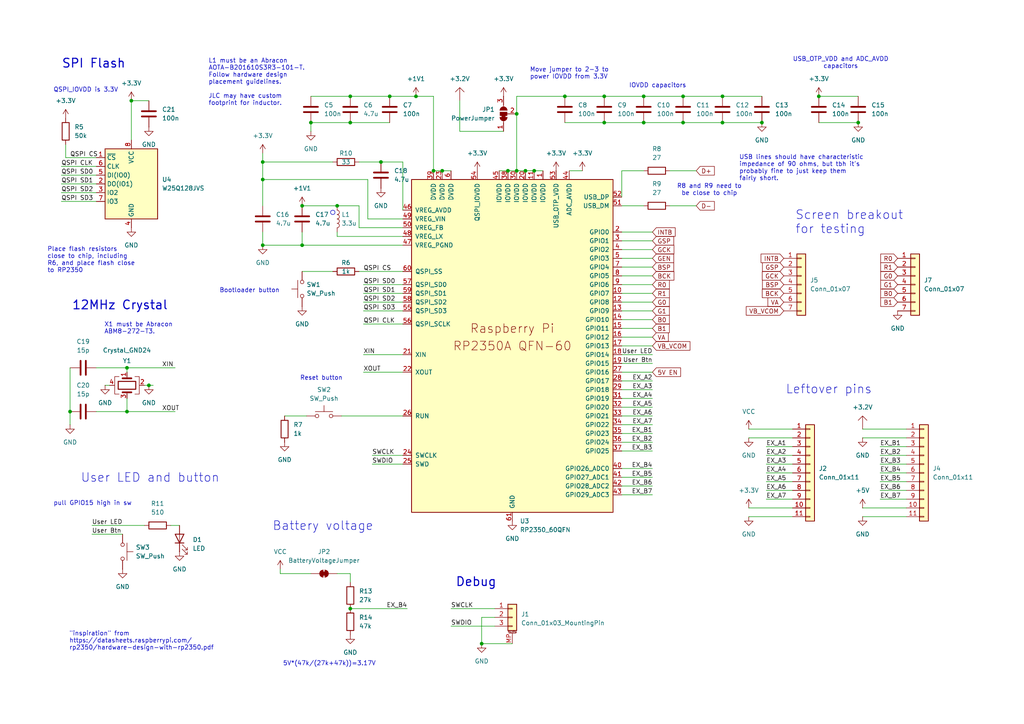
<source format=kicad_sch>
(kicad_sch (version 20231120) (generator "eeschema") (generator_version "8.0")
  (paper "A4")
  (lib_symbols
    (symbol "Connector_Generic:Conn_01x07" (pin_names (offset 1.016) hide)
      (property "Reference" "J" (at 0 10.16 0))
      (property "Value" "Conn_01x07" (at 0 -10.16 0))
      (symbol "Conn_01x07_1_1"
        (pin passive line (at -5.08 7.62 0) (length 3.81) (name "Pin_1") (number "1"))
        (pin passive line (at -5.08 5.08 0) (length 3.81) (name "Pin_2") (number "2"))
        (pin passive line (at -5.08 2.54 0) (length 3.81) (name "Pin_3") (number "3"))
        (pin passive line (at -5.08 0 0) (length 3.81) (name "Pin_4") (number "4"))
        (pin passive line (at -5.08 -2.54 0) (length 3.81) (name "Pin_5") (number "5"))
        (pin passive line (at -5.08 -5.08 0) (length 3.81) (name "Pin_6") (number "6"))
        (pin passive line (at -5.08 -7.62 0) (length 3.81) (name "Pin_7") (number "7"))
      )
    )
    (symbol "Connector_Generic:Conn_01x11" (pin_names (offset 1.016) hide)
      (property "Reference" "J" (at 0 15.24 0))
      (property "Value" "Conn_01x11" (at 0 -15.24 0))
      (symbol "Conn_01x11_1_1"
        (pin passive line (at -5.08 12.7 0) (length 3.81) (name "Pin_1") (number "1"))
        (pin passive line (at -5.08 -10.16 0) (length 3.81) (name "Pin_10") (number "10"))
        (pin passive line (at -5.08 -12.7 0) (length 3.81) (name "Pin_11") (number "11"))
        (pin passive line (at -5.08 10.16 0) (length 3.81) (name "Pin_2") (number "2"))
        (pin passive line (at -5.08 7.62 0) (length 3.81) (name "Pin_3") (number "3"))
        (pin passive line (at -5.08 5.08 0) (length 3.81) (name "Pin_4") (number "4"))
        (pin passive line (at -5.08 2.54 0) (length 3.81) (name "Pin_5") (number "5"))
        (pin passive line (at -5.08 0 0) (length 3.81) (name "Pin_6") (number "6"))
        (pin passive line (at -5.08 -2.54 0) (length 3.81) (name "Pin_7") (number "7"))
        (pin passive line (at -5.08 -5.08 0) (length 3.81) (name "Pin_8") (number "8"))
        (pin passive line (at -5.08 -7.62 0) (length 3.81) (name "Pin_9") (number "9"))
      )
    )
    (symbol "Connector_Generic_MountingPin:Conn_01x03_MountingPin" (pin_names (offset 1.016) hide)
      (property "Reference" "J" (at 0 5.08 0))
      (property "Value" "Conn_01x03_MountingPin" (at 1.27 -5.08 0))
      (symbol "Conn_01x03_MountingPin_1_1"
        (text "Mounting" (at 0 -4.191 0) (effects (font (size 0.381 0.381))))
        (pin passive line (at -5.08 2.54 0) (length 3.81) (name "Pin_1") (number "1"))
        (pin passive line (at -5.08 0 0) (length 3.81) (name "Pin_2") (number "2"))
        (pin passive line (at -5.08 -2.54 0) (length 3.81) (name "Pin_3") (number "3"))
        (pin passive line (at 0 -7.62 90) (length 3.048) (name "MountPin") (number "MP"))
      )
    )
    (symbol "Device:C" (pin_numbers hide) (pin_names (offset 0.254))
      (property "Reference" "C" (at 0.635 2.54 0))
      (property "Value" "C" (at 0.635 -2.54 0))
      (symbol "C_1_1"
        (pin passive line (at 0 3.81 270) (length 2.794) (name "~") (number "1"))
        (pin passive line (at 0 -3.81 90) (length 2.794) (name "~") (number "2"))
      )
    )
    (symbol "Device:Crystal_GND24" (pin_names (offset 1.016) hide)
      (property "Reference" "Y" (at 3.175 5.08 0))
      (property "Value" "Crystal_GND24" (at 3.175 3.175 0))
      (symbol "Crystal_GND24_1_1"
        (pin passive line (at -3.81 0 0) (length 1.27) (name "1") (number "1"))
        (pin passive line (at 0 5.08 270) (length 1.27) (name "2") (number "2"))
        (pin passive line (at 3.81 0 180) (length 1.27) (name "3") (number "3"))
        (pin passive line (at 0 -5.08 90) (length 1.27) (name "4") (number "4"))
      )
    )
    (symbol "Device:L" (pin_numbers hide) (pin_names (offset 1.016) hide)
      (property "Reference" "L" (at -1.27 0 90))
      (property "Value" "L" (at 1.905 0 90))
      (symbol "L_1_1"
        (pin passive line (at 0 3.81 270) (length 1.27) (name "1") (number "1"))
        (pin passive line (at 0 -3.81 90) (length 1.27) (name "2") (number "2"))
      )
    )
    (symbol "Device:LED" (pin_numbers hide) (pin_names (offset 1.016) hide)
      (property "Reference" "D" (at 0 2.54 0))
      (property "Value" "LED" (at 0 -2.54 0))
      (symbol "LED_1_1"
        (pin passive line (at -3.81 0 0) (length 2.54) (name "K") (number "1"))
        (pin passive line (at 3.81 0 180) (length 2.54) (name "A") (number "2"))
      )
    )
    (symbol "Device:R" (pin_numbers hide) (pin_names (offset 0))
      (property "Reference" "R" (at 2.032 0 90))
      (property "Value" "R" (at 0 0 90))
      (symbol "R_1_1"
        (pin passive line (at 0 3.81 270) (length 1.27) (name "~") (number "1"))
        (pin passive line (at 0 -3.81 90) (length 1.27) (name "~") (number "2"))
      )
    )
    (symbol "Jumper:SolderJumper_2_Bridged" (pin_numbers hide) (pin_names (offset 0) hide) (exclude_from_sim yes) (in_bom no)
      (property "Reference" "JP" (at 0 2.032 0))
      (property "Value" "SolderJumper_2_Bridged" (at 0 -2.54 0))
      (symbol "SolderJumper_2_Bridged_1_1"
        (pin passive line (at -3.81 0 0) (length 2.54) (name "A") (number "1"))
        (pin passive line (at 3.81 0 180) (length 2.54) (name "B") (number "2"))
      )
    )
    (symbol "Jumper:SolderJumper_3_Bridged12" (pin_names (offset 0) hide) (exclude_from_sim yes) (in_bom no)
      (property "Reference" "JP" (at -2.54 -2.54 0))
      (property "Value" "SolderJumper_3_Bridged12" (at 0 2.794 0))
      (symbol "SolderJumper_3_Bridged12_1_1"
        (pin passive line (at -5.08 0 0) (length 2.54) (name "A") (number "1"))
        (pin passive line (at 0 -3.81 90) (length 2.54) (name "C") (number "2"))
        (pin passive line (at 5.08 0 180) (length 2.54) (name "B") (number "3"))
      )
    )
    (symbol "MCU_RaspberryPi_RP2350:RP2350_60QFN" (pin_names (offset 1.016))
      (property "Reference" "U" (at -29.21 49.53 0))
      (property "Value" "RP2350_60QFN" (at 24.13 -49.53 0))
      (symbol "RP2350_60QFN_0_0"
        (text "Raspberry Pi" (at 0 5.08 0) (effects (font (size 2.54 2.54))))
      )
      (symbol "RP2350_60QFN_1_0"
        (text "RP2350A QFN-60" (at 0 0 0) (effects (font (size 2.54 2.54))))
      )
      (symbol "RP2350_60QFN_1_1"
        (pin power_in line (at 8.89 50.8 270) (length 2.54) (name "IOVDD") (number "1"))
        (pin bidirectional line (at 31.75 15.24 180) (length 2.54) (name "GPIO7") (number "10"))
        (pin power_in line (at 6.35 50.8 270) (length 2.54) (name "IOVDD") (number "11"))
        (pin bidirectional line (at 31.75 12.7 180) (length 2.54) (name "GPIO8") (number "12"))
        (pin bidirectional line (at 31.75 10.16 180) (length 2.54) (name "GPIO9") (number "13"))
        (pin bidirectional line (at 31.75 7.62 180) (length 2.54) (name "GPIO10") (number "14"))
        (pin bidirectional line (at 31.75 5.08 180) (length 2.54) (name "GPIO11") (number "15"))
        (pin bidirectional line (at 31.75 2.54 180) (length 2.54) (name "GPIO12") (number "16"))
        (pin bidirectional line (at 31.75 0 180) (length 2.54) (name "GPIO13") (number "17"))
        (pin bidirectional line (at 31.75 -2.54 180) (length 2.54) (name "GPIO14") (number "18"))
        (pin bidirectional line (at 31.75 -5.08 180) (length 2.54) (name "GPIO15") (number "19"))
        (pin bidirectional line (at 31.75 33.02 180) (length 2.54) (name "GPIO0") (number "2"))
        (pin power_in line (at 3.81 50.8 270) (length 2.54) (name "IOVDD") (number "20"))
        (pin input line (at -31.75 -2.54 0) (length 2.54) (name "XIN") (number "21"))
        (pin passive line (at -31.75 -7.62 0) (length 2.54) (name "XOUT") (number "22"))
        (pin power_in line (at -20.32 50.8 270) (length 2.54) (name "DVDD") (number "23"))
        (pin output line (at -31.75 -31.75 0) (length 2.54) (name "SWCLK") (number "24"))
        (pin bidirectional line (at -31.75 -34.29 0) (length 2.54) (name "SWD") (number "25"))
        (pin input line (at -31.75 -20.32 0) (length 2.54) (name "RUN") (number "26"))
        (pin bidirectional line (at 31.75 -7.62 180) (length 2.54) (name "GPIO16") (number "27"))
        (pin bidirectional line (at 31.75 -10.16 180) (length 2.54) (name "GPIO17") (number "28"))
        (pin bidirectional line (at 31.75 -12.7 180) (length 2.54) (name "GPIO18") (number "29"))
        (pin bidirectional line (at 31.75 30.48 180) (length 2.54) (name "GPIO1") (number "3"))
        (pin power_in line (at 1.27 50.8 270) (length 2.54) (name "IOVDD") (number "30"))
        (pin bidirectional line (at 31.75 -15.24 180) (length 2.54) (name "GPIO19") (number "31"))
        (pin bidirectional line (at 31.75 -17.78 180) (length 2.54) (name "GPIO20") (number "32"))
        (pin bidirectional line (at 31.75 -20.32 180) (length 2.54) (name "GPIO21") (number "33"))
        (pin bidirectional line (at 31.75 -22.86 180) (length 2.54) (name "GPIO22") (number "34"))
        (pin bidirectional line (at 31.75 -25.4 180) (length 2.54) (name "GPIO23") (number "35"))
        (pin bidirectional line (at 31.75 -27.94 180) (length 2.54) (name "GPIO24") (number "36"))
        (pin bidirectional line (at 31.75 -30.48 180) (length 2.54) (name "GPIO25") (number "37"))
        (pin power_in line (at -1.27 50.8 270) (length 2.54) (name "IOVDD") (number "38"))
        (pin power_in line (at -22.86 50.8 270) (length 2.54) (name "DVDD") (number "39"))
        (pin bidirectional line (at 31.75 27.94 180) (length 2.54) (name "GPIO2") (number "4"))
        (pin bidirectional line (at 31.75 -35.56 180) (length 2.54) (name "GPIO26_ADC0") (number "40"))
        (pin bidirectional line (at 31.75 -38.1 180) (length 2.54) (name "GPIO27_ADC1") (number "41"))
        (pin bidirectional line (at 31.75 -40.64 180) (length 2.54) (name "GPIO28_ADC2") (number "42"))
        (pin bidirectional line (at 31.75 -43.18 180) (length 2.54) (name "GPIO29_ADC3") (number "43"))
        (pin power_in line (at 16.51 50.8 270) (length 2.54) (name "ADC_AVDD") (number "44"))
        (pin power_in line (at -3.81 50.8 270) (length 2.54) (name "IOVDD") (number "45"))
        (pin power_in line (at -31.75 39.37 0) (length 2.54) (name "VREG_AVDD") (number "46"))
        (pin power_in line (at -31.75 29.21 0) (length 2.54) (name "VREG_PGND") (number "47"))
        (pin power_out line (at -31.75 31.75 0) (length 2.54) (name "VREG_LX") (number "48"))
        (pin power_in line (at -31.75 36.83 0) (length 2.54) (name "VREG_VIN") (number "49"))
        (pin bidirectional line (at 31.75 25.4 180) (length 2.54) (name "GPIO3") (number "5"))
        (pin input line (at -31.75 34.29 0) (length 2.54) (name "VREG_FB") (number "50"))
        (pin bidirectional line (at 31.75 40.64 180) (length 2.54) (name "USB_DM") (number "51"))
        (pin bidirectional line (at 31.75 43.18 180) (length 2.54) (name "USB_DP") (number "52"))
        (pin power_in line (at 12.7 50.8 270) (length 2.54) (name "USB_OTP_VDD") (number "53"))
        (pin power_in line (at -10.16 50.8 270) (length 2.54) (name "QSPI_IOVDD") (number "54"))
        (pin bidirectional line (at -31.75 10.16 0) (length 2.54) (name "QSPI_SD3") (number "55"))
        (pin output line (at -31.75 6.35 0) (length 2.54) (name "QSPI_SCLK") (number "56"))
        (pin bidirectional line (at -31.75 17.78 0) (length 2.54) (name "QSPI_SD0") (number "57"))
        (pin bidirectional line (at -31.75 12.7 0) (length 2.54) (name "QSPI_SD2") (number "58"))
        (pin bidirectional line (at -31.75 15.24 0) (length 2.54) (name "QSPI_SD1") (number "59"))
        (pin power_in line (at -17.78 50.8 270) (length 2.54) (name "DVDD") (number "6"))
        (pin bidirectional line (at -31.75 21.59 0) (length 2.54) (name "QSPI_SS") (number "60"))
        (pin power_in line (at 0 -50.8 90) (length 2.54) (name "GND") (number "61"))
        (pin bidirectional line (at 31.75 22.86 180) (length 2.54) (name "GPIO4") (number "7"))
        (pin bidirectional line (at 31.75 20.32 180) (length 2.54) (name "GPIO5") (number "8"))
        (pin bidirectional line (at 31.75 17.78 180) (length 2.54) (name "GPIO6") (number "9"))
      )
    )
    (symbol "Memory_Flash:W25Q128JVS"
      (property "Reference" "U" (at -6.35 11.43 0))
      (property "Value" "W25Q128JVS" (at 7.62 11.43 0))
      (symbol "W25Q128JVS_1_1"
        (pin input line (at -10.16 7.62 0) (length 2.54) (name "~{CS}") (number "1"))
        (pin bidirectional line (at -10.16 0 0) (length 2.54) (name "DO(IO1)") (number "2"))
        (pin bidirectional line (at -10.16 -2.54 0) (length 2.54) (name "IO2") (number "3"))
        (pin power_in line (at 0 -12.7 90) (length 2.54) (name "GND") (number "4"))
        (pin bidirectional line (at -10.16 2.54 0) (length 2.54) (name "DI(IO0)") (number "5"))
        (pin input line (at -10.16 5.08 0) (length 2.54) (name "CLK") (number "6"))
        (pin bidirectional line (at -10.16 -5.08 0) (length 2.54) (name "IO3") (number "7"))
        (pin power_in line (at 0 12.7 270) (length 2.54) (name "VCC") (number "8"))
      )
    )
    (symbol "Switch:SW_Push" (pin_numbers hide) (pin_names (offset 1.016) hide)
      (property "Reference" "SW" (at 1.27 2.54 0))
      (property "Value" "SW_Push" (at 0 -1.524 0))
      (symbol "SW_Push_0_1"
        (pin passive line (at -5.08 0 0) (length 2.54) (name "1") (number "1"))
        (pin passive line (at 5.08 0 180) (length 2.54) (name "2") (number "2"))
      )
    )
    (symbol "power:+1V1" (power) (pin_numbers hide) (pin_names (offset 0) hide)
      (property "Value" "+1V1" (at 0 3.556 0))
      (symbol "+1V1_1_1"
        (pin power_in line (at 0 0 90) (length 0) (name "~") (number "1"))
      )
    )
    (symbol "power:+3.3V" (power) (pin_numbers hide) (pin_names (offset 0) hide)
      (property "Value" "+3.3V" (at 0 3.556 0))
      (symbol "+3.3V_1_1"
        (pin power_in line (at 0 0 90) (length 0) (name "~") (number "1"))
      )
    )
    (symbol "power:+5V" (power) (pin_numbers hide) (pin_names (offset 0) hide)
      (property "Value" "+5V" (at 0 3.556 0))
      (symbol "+5V_1_1"
        (pin power_in line (at 0 0 90) (length 0) (name "~") (number "1"))
      )
    )
    (symbol "power:GND" (power) (pin_numbers hide) (pin_names (offset 0) hide)
      (property "Value" "GND" (at 0 -3.81 0))
      (symbol "GND_1_1"
        (pin power_in line (at 0 0 270) (length 0) (name "~") (number "1"))
      )
    )
    (symbol "power:VCC" (power) (pin_numbers hide) (pin_names (offset 0) hide)
      (property "Value" "VCC" (at 0 3.556 0))
      (symbol "VCC_1_1"
        (pin power_in line (at 0 0 90) (length 0) (name "~") (number "1"))
      )
    )
    (symbol "sharpie-hw:+3.2V" (power)
      (property "Value" "+3.2V" (at 0 0 0))
      (symbol "+3.2V_1_1"
        (pin power_in line (at 0 0 90) (length 0) hide (name "+3.2V") (number "1"))
      )
    )
  )
  (junction (at 163.83 27.94))
  (junction (at 36.83 106.68))
  (junction (at 209.55 27.94))
  (junction (at 87.63 59.69))
  (junction (at 110.49 46.99))
  (junction (at 38.1 29.21))
  (junction (at 128.27 49.53))
  (junction (at 186.69 35.56))
  (junction (at 147.32 49.53))
  (junction (at 139.7 186.69))
  (junction (at 101.6 176.53))
  (junction (at 76.2 71.12))
  (junction (at 43.18 111.76))
  (junction (at 36.83 119.38))
  (junction (at 220.98 35.56))
  (junction (at 198.12 35.56))
  (junction (at 87.63 71.12))
  (junction (at 209.55 35.56))
  (junction (at 101.6 27.94))
  (junction (at 175.26 27.94))
  (junction (at 198.12 27.94))
  (junction (at 97.79 59.69))
  (junction (at 149.86 33.02))
  (junction (at 237.49 27.94))
  (junction (at 90.17 35.56))
  (junction (at 186.69 27.94))
  (junction (at 149.86 49.53))
  (junction (at 20.32 119.38))
  (junction (at 152.4 49.53))
  (junction (at 113.03 27.94))
  (junction (at 175.26 35.56))
  (junction (at 76.2 46.99))
  (junction (at 154.94 49.53))
  (junction (at 248.92 35.56))
  (junction (at 101.6 35.56))
  (junction (at 125.73 49.53))
  (junction (at 76.2 52.07))
  (junction (at 120.65 27.94))
  (wire (pts (xy 116.84 46.99) (xy 110.49 46.99)))
  (wire (pts (xy 17.78 55.88) (xy 27.94 55.88)))
  (wire (pts (xy 217.17 147.32) (xy 229.87 147.32)))
  (wire (pts (xy 125.73 27.94) (xy 120.65 27.94)))
  (wire (pts (xy 180.34 87.63) (xy 189.23 87.63)))
  (wire (pts (xy 147.32 49.53) (xy 149.86 49.53)))
  (wire (pts (xy 17.78 50.8) (xy 27.94 50.8)))
  (wire (pts (xy 255.27 132.08) (xy 262.89 132.08)))
  (wire (pts (xy 154.94 49.53) (xy 157.48 49.53)))
  (wire (pts (xy 105.41 87.63) (xy 116.84 87.63)))
  (wire (pts (xy 17.78 48.26) (xy 27.94 48.26)))
  (wire (pts (xy 76.2 52.07) (xy 76.2 59.69)))
  (wire (pts (xy 116.84 46.99) (xy 116.84 60.96)))
  (wire (pts (xy 82.55 120.65) (xy 88.9 120.65)))
  (wire (pts (xy 76.2 67.31) (xy 76.2 71.12)))
  (wire (pts (xy 30.48 111.76) (xy 31.75 111.76)))
  (wire (pts (xy 180.34 138.43) (xy 189.23 138.43)))
  (wire (pts (xy 180.34 90.17) (xy 189.23 90.17)))
  (wire (pts (xy 87.63 78.74) (xy 96.52 78.74)))
  (wire (pts (xy 106.68 63.5) (xy 116.84 63.5)))
  (wire (pts (xy 222.25 132.08) (xy 229.87 132.08)))
  (wire (pts (xy 194.31 59.69) (xy 201.93 59.69)))
  (wire (pts (xy 180.34 115.57) (xy 189.23 115.57)))
  (wire (pts (xy 133.35 29.21) (xy 133.35 38.1)))
  (wire (pts (xy 20.32 123.19) (xy 20.32 119.38)))
  (wire (pts (xy 105.41 85.09) (xy 116.84 85.09)))
  (wire (pts (xy 105.41 82.55) (xy 116.84 82.55)))
  (wire (pts (xy 222.25 139.7) (xy 229.87 139.7)))
  (wire (pts (xy 198.12 35.56) (xy 209.55 35.56)))
  (wire (pts (xy 250.19 147.32) (xy 262.89 147.32)))
  (wire (pts (xy 217.17 149.86) (xy 229.87 149.86)))
  (wire (pts (xy 222.25 137.16) (xy 229.87 137.16)))
  (wire (pts (xy 180.34 128.27) (xy 189.23 128.27)))
  (wire (pts (xy 101.6 166.37) (xy 101.6 168.91)))
  (wire (pts (xy 180.34 57.15) (xy 180.34 49.53)))
  (wire (pts (xy 81.28 166.37) (xy 81.28 165.1)))
  (wire (pts (xy 97.79 68.58) (xy 116.84 68.58)))
  (wire (pts (xy 152.4 49.53) (xy 154.94 49.53)))
  (wire (pts (xy 76.2 46.99) (xy 96.52 46.99)))
  (wire (pts (xy 250.19 124.46) (xy 262.89 124.46)))
  (wire (pts (xy 125.73 49.53) (xy 128.27 49.53)))
  (wire (pts (xy 186.69 27.94) (xy 198.12 27.94)))
  (wire (pts (xy 87.63 71.12) (xy 116.84 71.12)))
  (wire (pts (xy 149.86 33.02) (xy 149.86 49.53)))
  (wire (pts (xy 175.26 35.56) (xy 186.69 35.56)))
  (wire (pts (xy 180.34 105.41) (xy 189.23 105.41)))
  (wire (pts (xy 255.27 139.7) (xy 262.89 139.7)))
  (wire (pts (xy 180.34 143.51) (xy 189.23 143.51)))
  (wire (pts (xy 110.49 46.99) (xy 104.14 46.99)))
  (wire (pts (xy 105.41 93.98) (xy 116.84 93.98)))
  (wire (pts (xy 38.1 29.21) (xy 38.1 40.64)))
  (wire (pts (xy 130.81 176.53) (xy 143.51 176.53)))
  (wire (pts (xy 38.1 29.21) (xy 43.18 29.21)))
  (wire (pts (xy 180.34 77.47) (xy 189.23 77.47)))
  (wire (pts (xy 41.91 111.76) (xy 43.18 111.76)))
  (wire (pts (xy 180.34 92.71) (xy 189.23 92.71)))
  (wire (pts (xy 222.25 129.54) (xy 229.87 129.54)))
  (wire (pts (xy 101.6 176.53) (xy 118.11 176.53)))
  (wire (pts (xy 107.95 132.08) (xy 116.84 132.08)))
  (wire (pts (xy 255.27 134.62) (xy 262.89 134.62)))
  (wire (pts (xy 180.34 85.09) (xy 189.23 85.09)))
  (wire (pts (xy 19.05 45.72) (xy 27.94 45.72)))
  (wire (pts (xy 163.83 27.94) (xy 175.26 27.94)))
  (wire (pts (xy 97.79 67.31) (xy 97.79 68.58)))
  (wire (pts (xy 87.63 59.69) (xy 97.79 59.69)))
  (wire (pts (xy 255.27 137.16) (xy 262.89 137.16)))
  (wire (pts (xy 116.84 66.04) (xy 104.14 66.04)))
  (wire (pts (xy 222.25 142.24) (xy 229.87 142.24)))
  (wire (pts (xy 105.41 107.95) (xy 116.84 107.95)))
  (wire (pts (xy 144.78 49.53) (xy 147.32 49.53)))
  (wire (pts (xy 99.06 120.65) (xy 116.84 120.65)))
  (wire (pts (xy 209.55 27.94) (xy 220.98 27.94)))
  (wire (pts (xy 20.32 106.68) (xy 20.32 119.38)))
  (wire (pts (xy 198.12 27.94) (xy 209.55 27.94)))
  (wire (pts (xy 180.34 120.65) (xy 189.23 120.65)))
  (wire (pts (xy 87.63 67.31) (xy 87.63 71.12)))
  (wire (pts (xy 180.34 97.79) (xy 189.23 97.79)))
  (wire (pts (xy 217.17 127) (xy 229.87 127)))
  (wire (pts (xy 180.34 113.03) (xy 189.23 113.03)))
  (wire (pts (xy 139.7 179.07) (xy 139.7 186.69)))
  (wire (pts (xy 222.25 134.62) (xy 229.87 134.62)))
  (wire (pts (xy 180.34 59.69) (xy 186.69 59.69)))
  (wire (pts (xy 217.17 124.46) (xy 229.87 124.46)))
  (wire (pts (xy 180.34 118.11) (xy 189.23 118.11)))
  (wire (pts (xy 237.49 27.94) (xy 248.92 27.94)))
  (wire (pts (xy 26.67 154.94) (xy 35.56 154.94)))
  (wire (pts (xy 76.2 52.07) (xy 106.68 52.07)))
  (wire (pts (xy 149.86 33.02) (xy 149.86 27.94)))
  (wire (pts (xy 105.41 90.17) (xy 116.84 90.17)))
  (wire (pts (xy 101.6 35.56) (xy 113.03 35.56)))
  (wire (pts (xy 104.14 66.04) (xy 104.14 59.69)))
  (wire (pts (xy 149.86 49.53) (xy 152.4 49.53)))
  (wire (pts (xy 180.34 49.53) (xy 186.69 49.53)))
  (wire (pts (xy 26.67 152.4) (xy 41.91 152.4)))
  (wire (pts (xy 27.94 106.68) (xy 36.83 106.68)))
  (wire (pts (xy 76.2 46.99) (xy 76.2 52.07)))
  (wire (pts (xy 255.27 129.54) (xy 262.89 129.54)))
  (wire (pts (xy 180.34 69.85) (xy 189.23 69.85)))
  (wire (pts (xy 168.91 49.53) (xy 165.1 49.53)))
  (wire (pts (xy 36.83 106.68) (xy 50.8 106.68)))
  (wire (pts (xy 143.51 179.07) (xy 139.7 179.07)))
  (wire (pts (xy 255.27 142.24) (xy 262.89 142.24)))
  (wire (pts (xy 180.34 95.25) (xy 189.23 95.25)))
  (wire (pts (xy 101.6 27.94) (xy 113.03 27.94)))
  (wire (pts (xy 149.86 27.94) (xy 163.83 27.94)))
  (wire (pts (xy 17.78 58.42) (xy 27.94 58.42)))
  (wire (pts (xy 105.41 102.87) (xy 116.84 102.87)))
  (wire (pts (xy 250.19 149.86) (xy 262.89 149.86)))
  (wire (pts (xy 209.55 35.56) (xy 220.98 35.56)))
  (wire (pts (xy 180.34 80.01) (xy 189.23 80.01)))
  (wire (pts (xy 180.34 102.87) (xy 189.23 102.87)))
  (wire (pts (xy 180.34 140.97) (xy 189.23 140.97)))
  (wire (pts (xy 130.81 181.61) (xy 143.51 181.61)))
  (wire (pts (xy 255.27 144.78) (xy 262.89 144.78)))
  (wire (pts (xy 97.79 166.37) (xy 101.6 166.37)))
  (wire (pts (xy 180.34 67.31) (xy 189.23 67.31)))
  (wire (pts (xy 17.78 53.34) (xy 27.94 53.34)))
  (wire (pts (xy 90.17 27.94) (xy 101.6 27.94)))
  (wire (pts (xy 180.34 107.95) (xy 189.23 107.95)))
  (wire (pts (xy 90.17 166.37) (xy 81.28 166.37)))
  (wire (pts (xy 180.34 82.55) (xy 189.23 82.55)))
  (wire (pts (xy 222.25 144.78) (xy 229.87 144.78)))
  (wire (pts (xy 113.03 27.94) (xy 120.65 27.94)))
  (wire (pts (xy 180.34 123.19) (xy 189.23 123.19)))
  (wire (pts (xy 107.95 134.62) (xy 116.84 134.62)))
  (wire (pts (xy 180.34 74.93) (xy 189.23 74.93)))
  (wire (pts (xy 194.31 49.53) (xy 201.93 49.53)))
  (wire (pts (xy 76.2 71.12) (xy 87.63 71.12)))
  (wire (pts (xy 163.83 35.56) (xy 175.26 35.56)))
  (wire (pts (xy 139.7 186.69) (xy 148.59 186.69)))
  (wire (pts (xy 90.17 35.56) (xy 101.6 35.56)))
  (wire (pts (xy 49.53 152.4) (xy 52.07 152.4)))
  (wire (pts (xy 180.34 125.73) (xy 189.23 125.73)))
  (wire (pts (xy 125.73 27.94) (xy 125.73 49.53)))
  (wire (pts (xy 128.27 49.53) (xy 130.81 49.53)))
  (wire (pts (xy 36.83 106.68) (xy 36.83 107.95)))
  (wire (pts (xy 180.34 110.49) (xy 189.23 110.49)))
  (wire (pts (xy 133.35 38.1) (xy 146.05 38.1)))
  (wire (pts (xy 186.69 35.56) (xy 198.12 35.56)))
  (wire (pts (xy 180.34 72.39) (xy 189.23 72.39)))
  (wire (pts (xy 76.2 44.45) (xy 76.2 46.99)))
  (wire (pts (xy 250.19 127) (xy 262.89 127)))
  (wire (pts (xy 175.26 27.94) (xy 186.69 27.94)))
  (wire (pts (xy 97.79 59.69) (xy 104.14 59.69)))
  (wire (pts (xy 104.14 78.74) (xy 116.84 78.74)))
  (wire (pts (xy 27.94 119.38) (xy 36.83 119.38)))
  (wire (pts (xy 237.49 35.56) (xy 248.92 35.56)))
  (wire (pts (xy 36.83 115.57) (xy 36.83 119.38)))
  (wire (pts (xy 180.34 135.89) (xy 189.23 135.89)))
  (wire (pts (xy 106.68 63.5) (xy 106.68 52.07)))
  (wire (pts (xy 180.34 130.81) (xy 189.23 130.81)))
  (wire (pts (xy 180.34 100.33) (xy 189.23 100.33)))
  (wire (pts (xy 19.05 41.91) (xy 19.05 45.72)))
  (wire (pts (xy 44.45 111.76) (xy 43.18 111.76)))
  (wire (pts (xy 90.17 35.56) (xy 90.17 38.1)))
  (wire (pts (xy 36.83 119.38) (xy 50.8 119.38)))
  (circle (center 96.52 61.595) (radius 0.635) (fill (type color)))
  (text "Leftover pins" (at 227.838 113.03 0) (effects (font (size 2.54 2.54)) (justify left)))
  (text "L1 must be an Abracon\nAOTA-B201610S3R3-101-T.\nFollow hardware design\nplacement guidelines.\n\nJLC may have custom\nfootprint for inductor." (at 60.452 23.876 0) (effects (font (size 1.27 1.27)) (justify left)))
  (text "IOVDD capacitors" (at 190.754 24.892 0) (effects (font (size 1.27 1.27))))
  (text "Move jumper to 2-3 to\npower IOVDD from 3.3V" (at 153.67 21.336 0) (effects (font (size 1.27 1.27)) (justify left)))
  (text "Place flash resistors\nclose to chip, including\nR6, and place flash close\nto RP2350" (at 13.716 75.438 0) (effects (font (size 1.27 1.27)) (justify left)))
  (text "Reset button" (at 93.218 109.728 0) (effects (font (size 1.27 1.27))))
  (text "User LED and button" (at 23.368 138.684 0) (effects (font (size 2.54 2.54)) (justify left)))
  (text "12MHz Crystal" (at 34.798 88.646 0) (effects (font (size 2.54 2.54) (thickness 0.3175))))
  (text "Bootloader button" (at 72.39 84.328 0) (effects (font (size 1.27 1.27))))
  (text "\"inspiration\" from\nhttps://datasheets.raspberrypi.com/\nrp2350/hardware-design-with-rp2350.pdf" (at 20.066 185.928 0) (effects (font (size 1.27 1.27)) (justify left)))
  (text "pull GPIO15 high in sw" (at 15.494 146.05 0) (effects (font (size 1.27 1.27)) (justify left)))
  (text "Screen breakout\nfor testing" (at 230.632 64.516 0) (effects (font (size 2.54 2.54)) (justify left)))
  (text "SPI Flash" (at 27.178 18.542 0) (effects (font (size 2.54 2.54) (thickness 0.3175))))
  (text "USB lines should have characteristic\nimpedance of 90 ohms, but tbh it's\nprobably fine to just keep them \nfairly short." (at 214.376 48.768 0) (effects (font (size 1.27 1.27)) (justify left)))
  (text "QSPI_IOVDD is 3.3V" (at 24.892 26.162 0) (effects (font (size 1.27 1.27))))
  (text "5V*(47k/(27k+47k))=3.17V" (at 82.042 192.532 0) (effects (font (size 1.27 1.27)) (justify left)))
  (text "Debug" (at 132.08 168.91 0) (effects (font (size 2.54 2.54) (thickness 0.3175)) (justify left)))
  (text "Battery voltage" (at 78.994 152.654 0) (effects (font (size 2.54 2.54)) (justify left)))
  (text "USB_OTP_VDD and ADC_AVDD\ncapacitors" (at 243.84 18.288 0) (effects (font (size 1.27 1.27))))
  (text "X1 must be Abracon\nABM8-272-T3." (at 30.226 95.25 0) (effects (font (size 1.27 1.27)) (justify left)))
  (text "R8 and R9 need to\nbe close to chip" (at 205.74 55.118 0) (effects (font (size 1.27 1.27))))
  (label "EX_B1" (at 189.23 125.73 180))
  (label "EX_B5" (at 189.23 138.43 180))
  (label "EX_B7" (at 255.27 144.78 0))
  (label "QSPI SD2" (at 17.78 55.88 0))
  (label "QSPI CS" (at 105.41 78.74 0))
  (label "EX_B2" (at 255.27 132.08 0))
  (label "QSPI SD0" (at 105.41 82.55 0))
  (label "EX_B3" (at 255.27 134.62 0))
  (label "EX_A3" (at 222.25 134.62 0))
  (label "QSPI SD1" (at 17.78 53.34 0))
  (label "EX_B4" (at 255.27 137.16 0))
  (label "EX_A4" (at 222.25 137.16 0))
  (label "XIN" (at 46.99 106.68 0))
  (label "EX_A4" (at 189.23 115.57 180))
  (label "XOUT" (at 105.41 107.95 0))
  (label "XOUT" (at 46.99 119.38 0))
  (label "EX_B7" (at 189.23 143.51 180))
  (label "User Btn" (at 189.23 105.41 180))
  (label "EX_A7" (at 189.23 123.19 180))
  (label "SWCLK" (at 130.81 176.53 0))
  (label "User LED" (at 26.67 152.4 0))
  (label "SWDIO" (at 130.81 181.61 0))
  (label "User Btn" (at 26.67 154.94 0))
  (label "EX_A5" (at 189.23 118.11 180))
  (label "EX_B5" (at 255.27 139.7 0))
  (label "EX_A2" (at 189.23 110.49 180))
  (label "User LED" (at 189.23 102.87 180))
  (label "EX_B3" (at 189.23 130.81 180))
  (label "QSPI SD3" (at 17.78 58.42 0))
  (label "QSPI SD3" (at 105.41 90.17 0))
  (label "QSPI CLK" (at 105.41 93.98 0))
  (label "EX_A3" (at 189.23 113.03 180))
  (label "EX_A7" (at 222.25 144.78 0))
  (label "EX_A2" (at 222.25 132.08 0))
  (label "QSPI CLK" (at 17.78 48.26 0))
  (label "EX_A6" (at 222.25 142.24 0))
  (label "EX_A1" (at 222.25 129.54 0))
  (label "EX_B6" (at 255.27 142.24 0))
  (label "EX_B4" (at 189.23 135.89 180))
  (label "SWCLK" (at 107.95 132.08 0))
  (label "SWDIO" (at 107.95 134.62 0))
  (label "QSPI SD0" (at 17.78 50.8 0))
  (label "QSPI CS" (at 20.32 45.72 0))
  (label "EX_B1" (at 255.27 129.54 0))
  (label "EX_A6" (at 189.23 120.65 180))
  (label "QSPI SD2" (at 105.41 87.63 0))
  (label "EX_B4" (at 118.11 176.53 180))
  (label "EX_B6" (at 189.23 140.97 180))
  (label "QSPI SD1" (at 105.41 85.09 0))
  (label "EX_A5" (at 222.25 139.7 0))
  (label "XIN" (at 105.41 102.87 0))
  (label "EX_B2" (at 189.23 128.27 180))
  (global_label "GCK" (shape input) (at 227.33 80.01 180) (property "Intersheetrefs" "${INTERSHEET_REFS}" (effects (hide yes))))
  (global_label "BSP" (shape input) (at 189.23 77.47 0) (property "Intersheetrefs" "${INTERSHEET_REFS}" (effects (hide yes))))
  (global_label "G1" (shape input) (at 260.35 82.55 180) (property "Intersheetrefs" "${INTERSHEET_REFS}" (effects (hide yes))))
  (global_label "INTB" (shape input) (at 189.23 67.31 0) (property "Intersheetrefs" "${INTERSHEET_REFS}" (effects (hide yes))))
  (global_label "R0" (shape input) (at 260.35 74.93 180) (property "Intersheetrefs" "${INTERSHEET_REFS}" (effects (hide yes))))
  (global_label "GEN" (shape input) (at 189.23 74.93 0) (property "Intersheetrefs" "${INTERSHEET_REFS}" (effects (hide yes))))
  (global_label "G1" (shape input) (at 189.23 90.17 0) (property "Intersheetrefs" "${INTERSHEET_REFS}" (effects (hide yes))))
  (global_label "B0" (shape input) (at 260.35 85.09 180) (property "Intersheetrefs" "${INTERSHEET_REFS}" (effects (hide yes))))
  (global_label "G0" (shape input) (at 189.23 87.63 0) (property "Intersheetrefs" "${INTERSHEET_REFS}" (effects (hide yes))))
  (global_label "R0" (shape input) (at 189.23 82.55 0) (property "Intersheetrefs" "${INTERSHEET_REFS}" (effects (hide yes))))
  (global_label "D+" (shape input) (at 201.93 49.53 0) (property "Intersheetrefs" "${INTERSHEET_REFS}" (effects (hide yes))))
  (global_label "B0" (shape input) (at 189.23 92.71 0) (property "Intersheetrefs" "${INTERSHEET_REFS}" (effects (hide yes))))
  (global_label "B1" (shape input) (at 260.35 87.63 180) (property "Intersheetrefs" "${INTERSHEET_REFS}" (effects (hide yes))))
  (global_label "VB_VCOM" (shape input) (at 189.23 100.33 0) (property "Intersheetrefs" "${INTERSHEET_REFS}" (effects (hide yes))))
  (global_label "GCK" (shape input) (at 189.23 72.39 0) (property "Intersheetrefs" "${INTERSHEET_REFS}" (effects (hide yes))))
  (global_label "5V EN" (shape input) (at 189.23 107.95 0) (property "Intersheetrefs" "${INTERSHEET_REFS}" (effects (hide yes))))
  (global_label "BCK" (shape input) (at 227.33 85.09 180) (property "Intersheetrefs" "${INTERSHEET_REFS}" (effects (hide yes))))
  (global_label "G0" (shape input) (at 260.35 80.01 180) (property "Intersheetrefs" "${INTERSHEET_REFS}" (effects (hide yes))))
  (global_label "INTB" (shape input) (at 227.33 74.93 180) (property "Intersheetrefs" "${INTERSHEET_REFS}" (effects (hide yes))))
  (global_label "BSP" (shape input) (at 227.33 82.55 180) (property "Intersheetrefs" "${INTERSHEET_REFS}" (effects (hide yes))))
  (global_label "GSP" (shape input) (at 189.23 69.85 0) (property "Intersheetrefs" "${INTERSHEET_REFS}" (effects (hide yes))))
  (global_label "GSP" (shape input) (at 227.33 77.47 180) (property "Intersheetrefs" "${INTERSHEET_REFS}" (effects (hide yes))))
  (global_label "VB_VCOM" (shape input) (at 227.33 90.17 180) (property "Intersheetrefs" "${INTERSHEET_REFS}" (effects (hide yes))))
  (global_label "D-" (shape input) (at 201.93 59.69 0) (property "Intersheetrefs" "${INTERSHEET_REFS}" (effects (hide yes))))
  (global_label "B1" (shape input) (at 189.23 95.25 0) (property "Intersheetrefs" "${INTERSHEET_REFS}" (effects (hide yes))))
  (global_label "VA" (shape input) (at 189.23 97.79 0) (property "Intersheetrefs" "${INTERSHEET_REFS}" (effects (hide yes))))
  (global_label "R1" (shape input) (at 189.23 85.09 0) (property "Intersheetrefs" "${INTERSHEET_REFS}" (effects (hide yes))))
  (global_label "R1" (shape input) (at 260.35 77.47 180) (property "Intersheetrefs" "${INTERSHEET_REFS}" (effects (hide yes))))
  (global_label "BCK" (shape input) (at 189.23 80.01 0) (property "Intersheetrefs" "${INTERSHEET_REFS}" (effects (hide yes))))
  (global_label "VA" (shape input) (at 227.33 87.63 180) (property "Intersheetrefs" "${INTERSHEET_REFS}" (effects (hide yes))))
  (symbol (lib_id "Device:R") (at 45.72 152.4 90) (unit 1)
    (property "Reference" "R11" (at 45.72 146.05 90))
    (property "Value" "510" (at 45.72 148.59 90))
    (property "Description" "Resistor" (effects (hide yes)))
  )
  (symbol (lib_id "Jumper:SolderJumper_2_Bridged") (at 93.98 166.37 0) (unit 1) (exclude_from_sim yes) (in_bom no)
    (property "Reference" "JP2" (at 93.98 160.02 0))
    (property "Value" "BatteryVoltageJumper" (at 93.98 162.56 0))
    (property "Description" "Solder Jumper, 2-pole, closed/bridged" (effects (hide yes)))
  )
  (symbol (lib_id "Connector_Generic:Conn_01x07") (at 232.41 82.55 0) (unit 1)
    (property "Reference" "J5" (at 234.95 81.2799 0) (effects (justify left)))
    (property "Value" "Conn_01x07" (at 234.95 83.8199 0) (effects (justify left)))
    (property "Description" "Generic connector, single row, 01x07, script generated (kicad-library-utils/schlib/autogen/connector/)" (effects (hide yes)))
  )
  (symbol (lib_id "power:GND") (at 250.19 127 0) (unit 1)
    (property "Reference" "#PWR060" (effects (hide yes)))
    (property "Value" "GND" (at 250.19 132.08 0))
    (property "Description" "Power symbol creates a global label with name \"GND\" , ground" (effects (hide yes)))
  )
  (symbol (lib_id "Device:C") (at 163.83 31.75 0) (unit 1)
    (property "Reference" "C8" (at 167.64 30.4799 0) (effects (justify left)))
    (property "Value" "100n" (at 167.64 33.0199 0) (effects (justify left)))
    (property "Description" "Unpolarized capacitor" (effects (hide yes)))
  )
  (symbol (lib_id "sharpie-hw:+3.2V") (at 133.35 29.21 0) (unit 1)
    (property "Reference" "#PWR011" (effects (hide yes)))
    (property "Value" "+3.2V" (at 133.35 22.86 0))
  )
  (symbol (lib_id "Device:C") (at 24.13 106.68 90) (unit 1)
    (property "Reference" "C19" (at 24.13 99.06 90))
    (property "Value" "15p" (at 24.13 101.6 90))
    (property "Description" "Unpolarized capacitor" (effects (hide yes)))
  )
  (symbol (lib_id "power:GND") (at 139.7 186.69 0) (unit 1)
    (property "Reference" "#PWR036" (effects (hide yes)))
    (property "Value" "GND" (at 139.7 191.77 0))
    (property "Description" "Power symbol creates a global label with name \"GND\" , ground" (effects (hide yes)))
  )
  (symbol (lib_id "Connector_Generic_MountingPin:Conn_01x03_MountingPin") (at 148.59 179.07 0) (unit 1)
    (property "Reference" "J1" (at 151.13 178.1555 0) (effects (justify left)))
    (property "Value" "Conn_01x03_MountingPin" (at 151.13 180.6955 0) (effects (justify left)))
    (property "Description" "Generic connectable mounting pin connector, single row, 01x03, script generated (kicad-library-utils/schlib/autogen/connector/)" (effects (hide yes)))
  )
  (symbol (lib_id "Device:C") (at 90.17 31.75 0) (unit 1)
    (property "Reference" "C5" (at 93.98 30.4799 0) (effects (justify left)))
    (property "Value" "100n" (at 93.98 33.0199 0) (effects (justify left)))
    (property "Description" "Unpolarized capacitor" (effects (hide yes)))
  )
  (symbol (lib_id "Device:C") (at 110.49 50.8 0) (unit 1)
    (property "Reference" "C18" (at 114.3 49.5299 0) (effects (justify left)))
    (property "Value" "4.7u" (at 114.3 52.0699 0) (effects (justify left)))
    (property "Description" "Unpolarized capacitor" (effects (hide yes)))
  )
  (symbol (lib_id "power:GND") (at 35.56 165.1 0) (unit 1)
    (property "Reference" "#PWR038" (effects (hide yes)))
    (property "Value" "GND" (at 35.56 170.18 0))
    (property "Description" "Power symbol creates a global label with name \"GND\" , ground" (effects (hide yes)))
  )
  (symbol (lib_id "power:+1V1") (at 87.63 59.69 0) (unit 1)
    (property "Reference" "#PWR028" (effects (hide yes)))
    (property "Value" "+1V1" (at 87.63 54.61 0))
    (property "Description" "Power symbol creates a global label with name \"+1V1\"" (effects (hide yes)))
  )
  (symbol (lib_id "Device:R") (at 100.33 78.74 90) (unit 1)
    (property "Reference" "R6" (at 100.33 76.2 90))
    (property "Value" "1k" (at 100.33 78.74 90))
    (property "Description" "Resistor" (effects (hide yes)))
  )
  (symbol (lib_id "power:GND") (at 110.49 54.61 0) (unit 1)
    (property "Reference" "#PWR029" (effects (hide yes)))
    (property "Value" "GND" (at 110.49 59.69 0))
    (property "Description" "Power symbol creates a global label with name \"GND\" , ground" (effects (hide yes)))
  )
  (symbol (lib_id "power:+3.3V") (at 237.49 27.94 0) (unit 1)
    (property "Reference" "#PWR026" (effects (hide yes)))
    (property "Value" "+3.3V" (at 237.49 22.86 0))
    (property "Description" "Power symbol creates a global label with name \"+3.3V\"" (effects (hide yes)))
  )
  (symbol (lib_id "power:GND") (at 260.35 90.17 0) (unit 1)
    (property "Reference" "#PWR066" (effects (hide yes)))
    (property "Value" "GND" (at 260.35 95.25 0))
    (property "Description" "Power symbol creates a global label with name \"GND\" , ground" (effects (hide yes)))
  )
  (symbol (lib_id "Switch:SW_Push") (at 35.56 160.02 270) (unit 1)
    (property "Reference" "SW3" (at 39.37 158.7499 90) (effects (justify left)))
    (property "Value" "SW_Push" (at 39.37 161.2899 90) (effects (justify left)))
    (property "Description" "Push button switch, generic, two pins" (effects (hide yes)))
  )
  (symbol (lib_id "Device:R") (at 19.05 38.1 0) (unit 1)
    (property "Reference" "R5" (at 21.59 36.8299 0) (effects (justify left)))
    (property "Value" "50k" (at 21.59 39.3699 0) (effects (justify left)))
    (property "Description" "Resistor" (effects (hide yes)))
  )
  (symbol (lib_id "power:+3.3V") (at 146.05 27.94 0) (unit 1)
    (property "Reference" "#PWR035" (effects (hide yes)))
    (property "Value" "+3.3V" (at 146.05 22.86 0))
    (property "Description" "Power symbol creates a global label with name \"+3.3V\"" (effects (hide yes)))
  )
  (symbol (lib_id "Device:LED") (at 52.07 156.21 90) (unit 1)
    (property "Reference" "D1" (at 55.88 156.5274 90) (effects (justify right)))
    (property "Value" "LED" (at 55.88 159.0674 90) (effects (justify right)))
    (property "Description" "Light emitting diode" (effects (hide yes)))
  )
  (symbol (lib_id "Connector_Generic:Conn_01x07") (at 265.43 82.55 0) (unit 1)
    (property "Reference" "J7" (at 267.97 81.2799 0) (effects (justify left)))
    (property "Value" "Conn_01x07" (at 267.97 83.8199 0) (effects (justify left)))
    (property "Description" "Generic connector, single row, 01x07, script generated (kicad-library-utils/schlib/autogen/connector/)" (effects (hide yes)))
  )
  (symbol (lib_id "Device:C") (at 101.6 31.75 0) (unit 1)
    (property "Reference" "C6" (at 105.41 30.4799 0) (effects (justify left)))
    (property "Value" "4.7u" (at 105.41 33.0199 0) (effects (justify left)))
    (property "Description" "Unpolarized capacitor" (effects (hide yes)))
  )
  (symbol (lib_id "power:GND") (at 43.18 111.76 0) (unit 1)
    (property "Reference" "#PWR032" (effects (hide yes)))
    (property "Value" "GND" (at 43.18 116.84 0))
    (property "Description" "Power symbol creates a global label with name \"GND\" , ground" (effects (hide yes)))
  )
  (symbol (lib_id "power:+3.3V") (at 217.17 147.32 0) (unit 1)
    (property "Reference" "#PWR057" (effects (hide yes)))
    (property "Value" "+3.3V" (at 217.17 142.24 0))
    (property "Description" "Power symbol creates a global label with name \"+3.3V\"" (effects (hide yes)))
  )
  (symbol (lib_id "Device:C") (at 43.18 33.02 0) (unit 1)
    (property "Reference" "C21" (at 46.99 31.7499 0) (effects (justify left)))
    (property "Value" "100n" (at 46.99 34.2899 0) (effects (justify left)))
    (property "Description" "Unpolarized capacitor" (effects (hide yes)))
  )
  (symbol (lib_id "power:GND") (at 101.6 184.15 0) (unit 1)
    (property "Reference" "#PWR065" (effects (hide yes)))
    (property "Value" "GND" (at 101.6 189.23 0))
    (property "Description" "Power symbol creates a global label with name \"GND\" , ground" (effects (hide yes)))
  )
  (symbol (lib_id "power:GND") (at 82.55 128.27 0) (unit 1)
    (property "Reference" "#PWR017" (effects (hide yes)))
    (property "Value" "GND" (at 82.55 133.35 0))
    (property "Description" "Power symbol creates a global label with name \"GND\" , ground" (effects (hide yes)))
  )
  (symbol (lib_id "Device:R") (at 101.6 172.72 0) (unit 1)
    (property "Reference" "R13" (at 104.14 171.4499 0) (effects (justify left)))
    (property "Value" "27k" (at 104.14 173.9899 0) (effects (justify left)))
    (property "Description" "Resistor" (effects (hide yes)))
  )
  (symbol (lib_id "power:GND") (at 250.19 149.86 0) (unit 1)
    (property "Reference" "#PWR061" (effects (hide yes)))
    (property "Value" "GND" (at 250.19 154.94 0))
    (property "Description" "Power symbol creates a global label with name \"GND\" , ground" (effects (hide yes)))
  )
  (symbol (lib_id "power:GND") (at 217.17 127 0) (unit 1)
    (property "Reference" "#PWR056" (effects (hide yes)))
    (property "Value" "GND" (at 217.17 132.08 0))
    (property "Description" "Power symbol creates a global label with name \"GND\" , ground" (effects (hide yes)))
  )
  (symbol (lib_id "power:+3.3V") (at 161.29 49.53 0) (unit 1)
    (property "Reference" "#PWR018" (effects (hide yes)))
    (property "Value" "+3.3V" (at 161.29 44.45 0))
    (property "Description" "Power symbol creates a global label with name \"+3.3V\"" (effects (hide yes)))
  )
  (symbol (lib_id "power:+3.3V") (at 38.1 29.21 0) (unit 1)
    (property "Reference" "#PWR013" (effects (hide yes)))
    (property "Value" "+3.3V" (at 38.1 24.13 0))
    (property "Description" "Power symbol creates a global label with name \"+3.3V\"" (effects (hide yes)))
  )
  (symbol (lib_id "Switch:SW_Push") (at 93.98 120.65 0) (unit 1)
    (property "Reference" "SW2" (at 93.98 113.03 0))
    (property "Value" "SW_Push" (at 93.98 115.57 0))
    (property "Description" "Push button switch, generic, two pins" (effects (hide yes)))
  )
  (symbol (lib_id "Device:C") (at 220.98 31.75 0) (unit 1)
    (property "Reference" "C13" (at 224.79 30.4799 0) (effects (justify left)))
    (property "Value" "100n" (at 224.79 33.0199 0) (effects (justify left)))
    (property "Description" "Unpolarized capacitor" (effects (hide yes)))
  )
  (symbol (lib_id "power:VCC") (at 81.28 165.1 0) (unit 1)
    (property "Reference" "#PWR064" (effects (hide yes)))
    (property "Value" "VCC" (at 81.28 160.02 0))
    (property "Description" "Power symbol creates a global label with name \"VCC\"" (effects (hide yes)))
  )
  (symbol (lib_id "Switch:SW_Push") (at 87.63 83.82 90) (unit 1)
    (property "Reference" "SW1" (at 88.9 82.5499 90) (effects (justify right)))
    (property "Value" "SW_Push" (at 88.9 85.0899 90) (effects (justify right)))
    (property "Description" "Push button switch, generic, two pins" (effects (hide yes)))
  )
  (symbol (lib_id "MCU_RaspberryPi_RP2350:RP2350_60QFN") (at 148.59 100.33 0) (unit 1)
    (property "Reference" "U3" (at 150.7841 151.13 0) (effects (justify left)))
    (property "Value" "RP2350_60QFN" (at 150.7841 153.67 0) (effects (justify left)))
    (property "Footprint" "RP2350_60QFN_minimal:RP2350-QFN-60-1EP_7x7_P0.4mm_EP3.4x3.4mm_ThermalVias" (effects (hide yes)))
  )
  (symbol (lib_id "Device:C") (at 76.2 63.5 0) (unit 1)
    (property "Reference" "C16" (at 80.01 62.2299 0) (effects (justify left)))
    (property "Value" "4.7u" (at 80.01 64.7699 0) (effects (justify left)))
    (property "Description" "Unpolarized capacitor" (effects (hide yes)))
  )
  (symbol (lib_id "power:GND") (at 220.98 35.56 0) (unit 1)
    (property "Reference" "#PWR024" (effects (hide yes)))
    (property "Value" "GND" (at 220.98 40.64 0))
    (property "Description" "Power symbol creates a global label with name \"GND\" , ground" (effects (hide yes)))
  )
  (symbol (lib_id "power:GND") (at 30.48 111.76 0) (unit 1)
    (property "Reference" "#PWR031" (effects (hide yes)))
    (property "Value" "GND" (at 30.48 116.84 0))
    (property "Description" "Power symbol creates a global label with name \"GND\" , ground" (effects (hide yes)))
  )
  (symbol (lib_id "Device:C") (at 24.13 119.38 90) (unit 1)
    (property "Reference" "C20" (at 24.13 111.76 90))
    (property "Value" "15p" (at 24.13 114.3 90))
    (property "Description" "Unpolarized capacitor" (effects (hide yes)))
  )
  (symbol (lib_id "power:+3.3V") (at 168.91 49.53 0) (unit 1)
    (property "Reference" "#PWR019" (effects (hide yes)))
    (property "Value" "+3.3V" (at 168.91 44.45 0))
    (property "Description" "Power symbol creates a global label with name \"+3.3V\"" (effects (hide yes)))
  )
  (symbol (lib_id "Jumper:SolderJumper_3_Bridged12") (at 146.05 33.02 90) (unit 1) (exclude_from_sim yes) (in_bom no)
    (property "Reference" "JP1" (at 143.51 31.7499 90) (effects (justify left)))
    (property "Value" "PowerJumper" (at 143.51 34.2899 90) (effects (justify left)))
    (property "Description" "3-pole Solder Jumper, pins 1+2 closed/bridged" (effects (hide yes)))
  )
  (symbol (lib_id "Device:C") (at 186.69 31.75 0) (unit 1)
    (property "Reference" "C10" (at 190.5 30.4799 0) (effects (justify left)))
    (property "Value" "100n" (at 190.5 33.0199 0) (effects (justify left)))
    (property "Description" "Unpolarized capacitor" (effects (hide yes)))
  )
  (symbol (lib_id "Device:C") (at 198.12 31.75 0) (unit 1)
    (property "Reference" "C11" (at 201.93 30.4799 0) (effects (justify left)))
    (property "Value" "100n" (at 201.93 33.0199 0) (effects (justify left)))
    (property "Description" "Unpolarized capacitor" (effects (hide yes)))
  )
  (symbol (lib_id "power:GND") (at 148.59 151.13 0) (unit 1)
    (property "Reference" "#PWR037" (effects (hide yes)))
    (property "Value" "GND" (at 148.59 156.21 0))
    (property "Description" "Power symbol creates a global label with name \"GND\" , ground" (effects (hide yes)))
  )
  (symbol (lib_id "power:GND") (at 43.18 36.83 0) (unit 1)
    (property "Reference" "#PWR034" (effects (hide yes)))
    (property "Value" "GND" (at 43.18 41.91 0))
    (property "Description" "Power symbol creates a global label with name \"GND\" , ground" (effects (hide yes)))
  )
  (symbol (lib_id "power:GND") (at 38.1 66.04 0) (unit 1)
    (property "Reference" "#PWR014" (effects (hide yes)))
    (property "Value" "GND" (at 38.1 71.12 0))
    (property "Description" "Power symbol creates a global label with name \"GND\" , ground" (effects (hide yes)))
  )
  (symbol (lib_id "Device:C") (at 248.92 31.75 0) (unit 1)
    (property "Reference" "C15" (at 252.73 30.4799 0) (effects (justify left)))
    (property "Value" "100n" (at 252.73 33.0199 0) (effects (justify left)))
    (property "Description" "Unpolarized capacitor" (effects (hide yes)))
  )
  (symbol (lib_id "power:GND") (at 76.2 71.12 0) (unit 1)
    (property "Reference" "#PWR030" (effects (hide yes)))
    (property "Value" "GND" (at 76.2 76.2 0))
    (property "Description" "Power symbol creates a global label with name \"GND\" , ground" (effects (hide yes)))
  )
  (symbol (lib_id "power:+3.3V") (at 76.2 44.45 0) (unit 1)
    (property "Reference" "#PWR027" (effects (hide yes)))
    (property "Value" "+3.3V" (at 76.2 39.37 0))
    (property "Description" "Power symbol creates a global label with name \"+3.3V\"" (effects (hide yes)))
  )
  (symbol (lib_id "power:GND") (at 248.92 35.56 0) (unit 1)
    (property "Reference" "#PWR025" (effects (hide yes)))
    (property "Value" "GND" (at 248.92 40.64 0))
    (property "Description" "Power symbol creates a global label with name \"GND\" , ground" (effects (hide yes)))
  )
  (symbol (lib_id "power:GND") (at 217.17 149.86 0) (unit 1)
    (property "Reference" "#PWR058" (effects (hide yes)))
    (property "Value" "GND" (at 217.17 154.94 0))
    (property "Description" "Power symbol creates a global label with name \"GND\" , ground" (effects (hide yes)))
  )
  (symbol (lib_id "Device:C") (at 209.55 31.75 0) (unit 1)
    (property "Reference" "C12" (at 213.36 30.4799 0) (effects (justify left)))
    (property "Value" "100n" (at 213.36 33.0199 0) (effects (justify left)))
    (property "Description" "Unpolarized capacitor" (effects (hide yes)))
  )
  (symbol (lib_id "Device:C") (at 113.03 31.75 0) (unit 1)
    (property "Reference" "C7" (at 116.84 30.4799 0) (effects (justify left)))
    (property "Value" "100n" (at 116.84 33.0199 0) (effects (justify left)))
    (property "Description" "Unpolarized capacitor" (effects (hide yes)))
  )
  (symbol (lib_id "Device:L") (at 97.79 63.5 0) (unit 1)
    (property "Reference" "L1" (at 99.06 62.2299 0) (effects (justify left)))
    (property "Value" "3.3u" (at 99.06 64.7699 0) (effects (justify left)))
    (property "Description" "Inductor" (effects (hide yes)))
  )
  (symbol (lib_id "power:GND") (at 90.17 38.1 0) (unit 1)
    (property "Reference" "#PWR022" (effects (hide yes)))
    (property "Value" "GND" (at 90.17 43.18 0))
    (property "Description" "Power symbol creates a global label with name \"GND\" , ground" (effects (hide yes)))
  )
  (symbol (lib_id "Device:R") (at 82.55 124.46 0) (unit 1)
    (property "Reference" "R7" (at 85.09 123.1899 0) (effects (justify left)))
    (property "Value" "1k" (at 85.09 125.7299 0) (effects (justify left)))
    (property "Description" "Resistor" (effects (hide yes)))
  )
  (symbol (lib_id "power:GND") (at 20.32 123.19 0) (unit 1)
    (property "Reference" "#PWR033" (effects (hide yes)))
    (property "Value" "GND" (at 20.32 128.27 0))
    (property "Description" "Power symbol creates a global label with name \"GND\" , ground" (effects (hide yes)))
  )
  (symbol (lib_id "Device:C") (at 175.26 31.75 0) (unit 1)
    (property "Reference" "C9" (at 179.07 30.4799 0) (effects (justify left)))
    (property "Value" "100n" (at 179.07 33.0199 0) (effects (justify left)))
    (property "Description" "Unpolarized capacitor" (effects (hide yes)))
  )
  (symbol (lib_id "Device:R") (at 190.5 59.69 90) (unit 1)
    (property "Reference" "R9" (at 190.5 53.34 90))
    (property "Value" "27" (at 190.5 55.88 90))
    (property "Description" "Resistor" (effects (hide yes)))
  )
  (symbol (lib_id "Connector_Generic:Conn_01x11") (at 234.95 137.16 0) (unit 1)
    (property "Reference" "J2" (at 237.49 135.8899 0) (effects (justify left)))
    (property "Value" "Conn_01x11" (at 237.49 138.4299 0) (effects (justify left)))
    (property "Description" "Generic connector, single row, 01x11, script generated (kicad-library-utils/schlib/autogen/connector/)" (effects (hide yes)))
  )
  (symbol (lib_id "power:GND") (at 87.63 88.9 0) (unit 1)
    (property "Reference" "#PWR016" (effects (hide yes)))
    (property "Value" "GND" (at 87.63 93.98 0))
    (property "Description" "Power symbol creates a global label with name \"GND\" , ground" (effects (hide yes)))
  )
  (symbol (lib_id "Device:C") (at 87.63 63.5 0) (unit 1)
    (property "Reference" "C17" (at 91.44 62.2299 0) (effects (justify left)))
    (property "Value" "4.7u" (at 91.44 64.7699 0) (effects (justify left)))
    (property "Description" "Unpolarized capacitor" (effects (hide yes)))
  )
  (symbol (lib_id "Connector_Generic:Conn_01x11") (at 267.97 137.16 0) (unit 1)
    (property "Reference" "J4" (at 270.51 135.8899 0) (effects (justify left)))
    (property "Value" "Conn_01x11" (at 270.51 138.4299 0) (effects (justify left)))
    (property "Description" "Generic connector, single row, 01x11, script generated (kicad-library-utils/schlib/autogen/connector/)" (effects (hide yes)))
  )
  (symbol (lib_id "Device:R") (at 101.6 180.34 0) (unit 1)
    (property "Reference" "R14" (at 104.14 179.0699 0) (effects (justify left)))
    (property "Value" "47k" (at 104.14 181.6099 0) (effects (justify left)))
    (property "Description" "Resistor" (effects (hide yes)))
  )
  (symbol (lib_id "Device:R") (at 190.5 49.53 90) (unit 1)
    (property "Reference" "R8" (at 190.5 43.18 90))
    (property "Value" "27" (at 190.5 45.72 90))
    (property "Description" "Resistor" (effects (hide yes)))
  )
  (symbol (lib_id "power:VCC") (at 217.17 124.46 0) (unit 1)
    (property "Reference" "#PWR055" (effects (hide yes)))
    (property "Value" "VCC" (at 217.17 119.38 0))
    (property "Description" "Power symbol creates a global label with name \"VCC\"" (effects (hide yes)))
  )
  (symbol (lib_id "Device:Crystal_GND24") (at 36.83 111.76 270) (unit 1)
    (property "Reference" "Y1" (at 36.83 104.648 90))
    (property "Value" "Crystal_GND24" (at 36.83 101.6 90))
    (property "Description" "Four pin crystal, GND on pins 2 and 4" (effects (hide yes)))
  )
  (symbol (lib_id "power:+5V") (at 250.19 147.32 0) (unit 1)
    (property "Reference" "#PWR062" (effects (hide yes)))
    (property "Value" "+5V" (at 250.19 142.24 0))
    (property "Description" "Power symbol creates a global label with name \"+5V\"" (effects (hide yes)))
  )
  (symbol (lib_id "power:+3.3V") (at 19.05 34.29 0) (unit 1)
    (property "Reference" "#PWR015" (effects (hide yes)))
    (property "Value" "+3.3V" (at 19.05 29.21 0))
    (property "Description" "Power symbol creates a global label with name \"+3.3V\"" (effects (hide yes)))
  )
  (symbol (lib_id "power:+1V1") (at 120.65 27.94 0) (unit 1)
    (property "Reference" "#PWR021" (effects (hide yes)))
    (property "Value" "+1V1" (at 120.65 22.86 0))
    (property "Description" "Power symbol creates a global label with name \"+1V1\"" (effects (hide yes)))
  )
  (symbol (lib_id "Device:C") (at 237.49 31.75 0) (unit 1)
    (property "Reference" "C14" (at 241.3 30.4799 0) (effects (justify left)))
    (property "Value" "100n" (at 241.3 33.0199 0) (effects (justify left)))
    (property "Description" "Unpolarized capacitor" (effects (hide yes)))
  )
  (symbol (lib_id "power:+3.3V") (at 138.43 49.53 0) (unit 1)
    (property "Reference" "#PWR020" (effects (hide yes)))
    (property "Value" "+3.3V" (at 138.43 44.45 0))
    (property "Description" "Power symbol creates a global label with name \"+3.3V\"" (effects (hide yes)))
  )
  (symbol (lib_id "Device:R") (at 100.33 46.99 90) (unit 1)
    (property "Reference" "R10" (at 100.33 44.45 90))
    (property "Value" "33" (at 100.33 46.99 90))
    (property "Description" "Resistor" (effects (hide yes)))
  )
  (symbol (lib_id "power:GND") (at 52.07 160.02 0) (unit 1)
    (property "Reference" "#PWR039" (effects (hide yes)))
    (property "Value" "GND" (at 52.07 165.1 0))
    (property "Description" "Power symbol creates a global label with name \"GND\" , ground" (effects (hide yes)))
  )
  (symbol (lib_id "sharpie-hw:+3.2V") (at 250.19 124.46 0) (unit 1)
    (property "Reference" "#PWR059" (effects (hide yes)))
    (property "Value" "+3.2V" (at 250.19 118.11 0))
  )
  (symbol (lib_id "Memory_Flash:W25Q128JVS") (at 38.1 53.34 0) (unit 1)
    (property "Reference" "U4" (at 46.99 52.0699 0) (effects (justify left)))
    (property "Value" "W25Q128JVS" (at 46.99 54.6099 0) (effects (justify left)))
    (property "Footprint" "Package_SO:SOIC-8_5.23x5.23mm_P1.27mm" (effects (hide yes)))
    (property "Datasheet" "https://www.winbond.com/resource-files/w25q128jv_dtr%20revc%2003272018%20plus.pdf" (effects (hide yes)))
    (property "Description" "128Mb Serial Flash Memory, Standard/Dual/Quad SPI, SOIC-8" (effects (hide yes)))
  )
)
</source>
